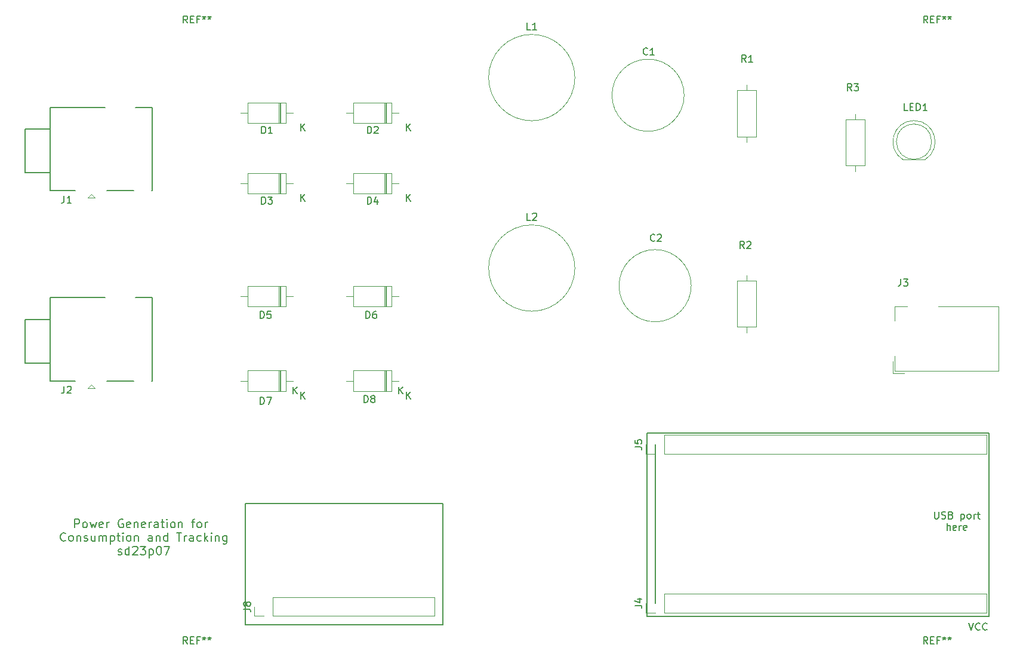
<source format=gbr>
%TF.GenerationSoftware,KiCad,Pcbnew,(6.0.8)*%
%TF.CreationDate,2023-03-14T15:32:15-04:00*%
%TF.ProjectId,MainPCB,4d61696e-5043-4422-9e6b-696361645f70,rev?*%
%TF.SameCoordinates,Original*%
%TF.FileFunction,Legend,Top*%
%TF.FilePolarity,Positive*%
%FSLAX46Y46*%
G04 Gerber Fmt 4.6, Leading zero omitted, Abs format (unit mm)*
G04 Created by KiCad (PCBNEW (6.0.8)) date 2023-03-14 15:32:15*
%MOMM*%
%LPD*%
G01*
G04 APERTURE LIST*
%ADD10C,0.150000*%
%ADD11C,0.200000*%
%ADD12C,0.120000*%
G04 APERTURE END LIST*
D10*
X148858000Y-123400000D02*
X197358000Y-123400000D01*
X197358000Y-123400000D02*
X197358000Y-149400000D01*
X197358000Y-149400000D02*
X148858000Y-149400000D01*
X148858000Y-149400000D02*
X148858000Y-123400000D01*
X91888000Y-133350000D02*
X119888000Y-133350000D01*
X119888000Y-133350000D02*
X119888000Y-150550000D01*
X119888000Y-150550000D02*
X91888000Y-150550000D01*
X91888000Y-150550000D02*
X91888000Y-133350000D01*
D11*
X150000000Y-147500000D02*
X150000000Y-125000000D01*
D10*
X194500666Y-150328380D02*
X194834000Y-151328380D01*
X195167333Y-150328380D01*
X196072095Y-151233142D02*
X196024476Y-151280761D01*
X195881619Y-151328380D01*
X195786380Y-151328380D01*
X195643523Y-151280761D01*
X195548285Y-151185523D01*
X195500666Y-151090285D01*
X195453047Y-150899809D01*
X195453047Y-150756952D01*
X195500666Y-150566476D01*
X195548285Y-150471238D01*
X195643523Y-150376000D01*
X195786380Y-150328380D01*
X195881619Y-150328380D01*
X196024476Y-150376000D01*
X196072095Y-150423619D01*
X197072095Y-151233142D02*
X197024476Y-151280761D01*
X196881619Y-151328380D01*
X196786380Y-151328380D01*
X196643523Y-151280761D01*
X196548285Y-151185523D01*
X196500666Y-151090285D01*
X196453047Y-150899809D01*
X196453047Y-150756952D01*
X196500666Y-150566476D01*
X196548285Y-150471238D01*
X196643523Y-150376000D01*
X196786380Y-150328380D01*
X196881619Y-150328380D01*
X197024476Y-150376000D01*
X197072095Y-150423619D01*
X67670000Y-136786857D02*
X67670000Y-135586857D01*
X68127142Y-135586857D01*
X68241428Y-135644000D01*
X68298571Y-135701142D01*
X68355714Y-135815428D01*
X68355714Y-135986857D01*
X68298571Y-136101142D01*
X68241428Y-136158285D01*
X68127142Y-136215428D01*
X67670000Y-136215428D01*
X69041428Y-136786857D02*
X68927142Y-136729714D01*
X68870000Y-136672571D01*
X68812857Y-136558285D01*
X68812857Y-136215428D01*
X68870000Y-136101142D01*
X68927142Y-136044000D01*
X69041428Y-135986857D01*
X69212857Y-135986857D01*
X69327142Y-136044000D01*
X69384285Y-136101142D01*
X69441428Y-136215428D01*
X69441428Y-136558285D01*
X69384285Y-136672571D01*
X69327142Y-136729714D01*
X69212857Y-136786857D01*
X69041428Y-136786857D01*
X69841428Y-135986857D02*
X70070000Y-136786857D01*
X70298571Y-136215428D01*
X70527142Y-136786857D01*
X70755714Y-135986857D01*
X71670000Y-136729714D02*
X71555714Y-136786857D01*
X71327142Y-136786857D01*
X71212857Y-136729714D01*
X71155714Y-136615428D01*
X71155714Y-136158285D01*
X71212857Y-136044000D01*
X71327142Y-135986857D01*
X71555714Y-135986857D01*
X71670000Y-136044000D01*
X71727142Y-136158285D01*
X71727142Y-136272571D01*
X71155714Y-136386857D01*
X72241428Y-136786857D02*
X72241428Y-135986857D01*
X72241428Y-136215428D02*
X72298571Y-136101142D01*
X72355714Y-136044000D01*
X72470000Y-135986857D01*
X72584285Y-135986857D01*
X74527142Y-135644000D02*
X74412857Y-135586857D01*
X74241428Y-135586857D01*
X74070000Y-135644000D01*
X73955714Y-135758285D01*
X73898571Y-135872571D01*
X73841428Y-136101142D01*
X73841428Y-136272571D01*
X73898571Y-136501142D01*
X73955714Y-136615428D01*
X74070000Y-136729714D01*
X74241428Y-136786857D01*
X74355714Y-136786857D01*
X74527142Y-136729714D01*
X74584285Y-136672571D01*
X74584285Y-136272571D01*
X74355714Y-136272571D01*
X75555714Y-136729714D02*
X75441428Y-136786857D01*
X75212857Y-136786857D01*
X75098571Y-136729714D01*
X75041428Y-136615428D01*
X75041428Y-136158285D01*
X75098571Y-136044000D01*
X75212857Y-135986857D01*
X75441428Y-135986857D01*
X75555714Y-136044000D01*
X75612857Y-136158285D01*
X75612857Y-136272571D01*
X75041428Y-136386857D01*
X76127142Y-135986857D02*
X76127142Y-136786857D01*
X76127142Y-136101142D02*
X76184285Y-136044000D01*
X76298571Y-135986857D01*
X76470000Y-135986857D01*
X76584285Y-136044000D01*
X76641428Y-136158285D01*
X76641428Y-136786857D01*
X77670000Y-136729714D02*
X77555714Y-136786857D01*
X77327142Y-136786857D01*
X77212857Y-136729714D01*
X77155714Y-136615428D01*
X77155714Y-136158285D01*
X77212857Y-136044000D01*
X77327142Y-135986857D01*
X77555714Y-135986857D01*
X77670000Y-136044000D01*
X77727142Y-136158285D01*
X77727142Y-136272571D01*
X77155714Y-136386857D01*
X78241428Y-136786857D02*
X78241428Y-135986857D01*
X78241428Y-136215428D02*
X78298571Y-136101142D01*
X78355714Y-136044000D01*
X78470000Y-135986857D01*
X78584285Y-135986857D01*
X79498571Y-136786857D02*
X79498571Y-136158285D01*
X79441428Y-136044000D01*
X79327142Y-135986857D01*
X79098571Y-135986857D01*
X78984285Y-136044000D01*
X79498571Y-136729714D02*
X79384285Y-136786857D01*
X79098571Y-136786857D01*
X78984285Y-136729714D01*
X78927142Y-136615428D01*
X78927142Y-136501142D01*
X78984285Y-136386857D01*
X79098571Y-136329714D01*
X79384285Y-136329714D01*
X79498571Y-136272571D01*
X79898571Y-135986857D02*
X80355714Y-135986857D01*
X80070000Y-135586857D02*
X80070000Y-136615428D01*
X80127142Y-136729714D01*
X80241428Y-136786857D01*
X80355714Y-136786857D01*
X80755714Y-136786857D02*
X80755714Y-135986857D01*
X80755714Y-135586857D02*
X80698571Y-135644000D01*
X80755714Y-135701142D01*
X80812857Y-135644000D01*
X80755714Y-135586857D01*
X80755714Y-135701142D01*
X81498571Y-136786857D02*
X81384285Y-136729714D01*
X81327142Y-136672571D01*
X81270000Y-136558285D01*
X81270000Y-136215428D01*
X81327142Y-136101142D01*
X81384285Y-136044000D01*
X81498571Y-135986857D01*
X81670000Y-135986857D01*
X81784285Y-136044000D01*
X81841428Y-136101142D01*
X81898571Y-136215428D01*
X81898571Y-136558285D01*
X81841428Y-136672571D01*
X81784285Y-136729714D01*
X81670000Y-136786857D01*
X81498571Y-136786857D01*
X82412857Y-135986857D02*
X82412857Y-136786857D01*
X82412857Y-136101142D02*
X82470000Y-136044000D01*
X82584285Y-135986857D01*
X82755714Y-135986857D01*
X82870000Y-136044000D01*
X82927142Y-136158285D01*
X82927142Y-136786857D01*
X84241428Y-135986857D02*
X84698571Y-135986857D01*
X84412857Y-136786857D02*
X84412857Y-135758285D01*
X84470000Y-135644000D01*
X84584285Y-135586857D01*
X84698571Y-135586857D01*
X85270000Y-136786857D02*
X85155714Y-136729714D01*
X85098571Y-136672571D01*
X85041428Y-136558285D01*
X85041428Y-136215428D01*
X85098571Y-136101142D01*
X85155714Y-136044000D01*
X85270000Y-135986857D01*
X85441428Y-135986857D01*
X85555714Y-136044000D01*
X85612857Y-136101142D01*
X85670000Y-136215428D01*
X85670000Y-136558285D01*
X85612857Y-136672571D01*
X85555714Y-136729714D01*
X85441428Y-136786857D01*
X85270000Y-136786857D01*
X86184285Y-136786857D02*
X86184285Y-135986857D01*
X86184285Y-136215428D02*
X86241428Y-136101142D01*
X86298571Y-136044000D01*
X86412857Y-135986857D01*
X86527142Y-135986857D01*
X66384285Y-138604571D02*
X66327142Y-138661714D01*
X66155714Y-138718857D01*
X66041428Y-138718857D01*
X65870000Y-138661714D01*
X65755714Y-138547428D01*
X65698571Y-138433142D01*
X65641428Y-138204571D01*
X65641428Y-138033142D01*
X65698571Y-137804571D01*
X65755714Y-137690285D01*
X65870000Y-137576000D01*
X66041428Y-137518857D01*
X66155714Y-137518857D01*
X66327142Y-137576000D01*
X66384285Y-137633142D01*
X67070000Y-138718857D02*
X66955714Y-138661714D01*
X66898571Y-138604571D01*
X66841428Y-138490285D01*
X66841428Y-138147428D01*
X66898571Y-138033142D01*
X66955714Y-137976000D01*
X67070000Y-137918857D01*
X67241428Y-137918857D01*
X67355714Y-137976000D01*
X67412857Y-138033142D01*
X67470000Y-138147428D01*
X67470000Y-138490285D01*
X67412857Y-138604571D01*
X67355714Y-138661714D01*
X67241428Y-138718857D01*
X67070000Y-138718857D01*
X67984285Y-137918857D02*
X67984285Y-138718857D01*
X67984285Y-138033142D02*
X68041428Y-137976000D01*
X68155714Y-137918857D01*
X68327142Y-137918857D01*
X68441428Y-137976000D01*
X68498571Y-138090285D01*
X68498571Y-138718857D01*
X69012857Y-138661714D02*
X69127142Y-138718857D01*
X69355714Y-138718857D01*
X69470000Y-138661714D01*
X69527142Y-138547428D01*
X69527142Y-138490285D01*
X69470000Y-138376000D01*
X69355714Y-138318857D01*
X69184285Y-138318857D01*
X69070000Y-138261714D01*
X69012857Y-138147428D01*
X69012857Y-138090285D01*
X69070000Y-137976000D01*
X69184285Y-137918857D01*
X69355714Y-137918857D01*
X69470000Y-137976000D01*
X70555714Y-137918857D02*
X70555714Y-138718857D01*
X70041428Y-137918857D02*
X70041428Y-138547428D01*
X70098571Y-138661714D01*
X70212857Y-138718857D01*
X70384285Y-138718857D01*
X70498571Y-138661714D01*
X70555714Y-138604571D01*
X71127142Y-138718857D02*
X71127142Y-137918857D01*
X71127142Y-138033142D02*
X71184285Y-137976000D01*
X71298571Y-137918857D01*
X71470000Y-137918857D01*
X71584285Y-137976000D01*
X71641428Y-138090285D01*
X71641428Y-138718857D01*
X71641428Y-138090285D02*
X71698571Y-137976000D01*
X71812857Y-137918857D01*
X71984285Y-137918857D01*
X72098571Y-137976000D01*
X72155714Y-138090285D01*
X72155714Y-138718857D01*
X72727142Y-137918857D02*
X72727142Y-139118857D01*
X72727142Y-137976000D02*
X72841428Y-137918857D01*
X73070000Y-137918857D01*
X73184285Y-137976000D01*
X73241428Y-138033142D01*
X73298571Y-138147428D01*
X73298571Y-138490285D01*
X73241428Y-138604571D01*
X73184285Y-138661714D01*
X73070000Y-138718857D01*
X72841428Y-138718857D01*
X72727142Y-138661714D01*
X73641428Y-137918857D02*
X74098571Y-137918857D01*
X73812857Y-137518857D02*
X73812857Y-138547428D01*
X73870000Y-138661714D01*
X73984285Y-138718857D01*
X74098571Y-138718857D01*
X74498571Y-138718857D02*
X74498571Y-137918857D01*
X74498571Y-137518857D02*
X74441428Y-137576000D01*
X74498571Y-137633142D01*
X74555714Y-137576000D01*
X74498571Y-137518857D01*
X74498571Y-137633142D01*
X75241428Y-138718857D02*
X75127142Y-138661714D01*
X75070000Y-138604571D01*
X75012857Y-138490285D01*
X75012857Y-138147428D01*
X75070000Y-138033142D01*
X75127142Y-137976000D01*
X75241428Y-137918857D01*
X75412857Y-137918857D01*
X75527142Y-137976000D01*
X75584285Y-138033142D01*
X75641428Y-138147428D01*
X75641428Y-138490285D01*
X75584285Y-138604571D01*
X75527142Y-138661714D01*
X75412857Y-138718857D01*
X75241428Y-138718857D01*
X76155714Y-137918857D02*
X76155714Y-138718857D01*
X76155714Y-138033142D02*
X76212857Y-137976000D01*
X76327142Y-137918857D01*
X76498571Y-137918857D01*
X76612857Y-137976000D01*
X76670000Y-138090285D01*
X76670000Y-138718857D01*
X78670000Y-138718857D02*
X78670000Y-138090285D01*
X78612857Y-137976000D01*
X78498571Y-137918857D01*
X78270000Y-137918857D01*
X78155714Y-137976000D01*
X78670000Y-138661714D02*
X78555714Y-138718857D01*
X78270000Y-138718857D01*
X78155714Y-138661714D01*
X78098571Y-138547428D01*
X78098571Y-138433142D01*
X78155714Y-138318857D01*
X78270000Y-138261714D01*
X78555714Y-138261714D01*
X78670000Y-138204571D01*
X79241428Y-137918857D02*
X79241428Y-138718857D01*
X79241428Y-138033142D02*
X79298571Y-137976000D01*
X79412857Y-137918857D01*
X79584285Y-137918857D01*
X79698571Y-137976000D01*
X79755714Y-138090285D01*
X79755714Y-138718857D01*
X80841428Y-138718857D02*
X80841428Y-137518857D01*
X80841428Y-138661714D02*
X80727142Y-138718857D01*
X80498571Y-138718857D01*
X80384285Y-138661714D01*
X80327142Y-138604571D01*
X80270000Y-138490285D01*
X80270000Y-138147428D01*
X80327142Y-138033142D01*
X80384285Y-137976000D01*
X80498571Y-137918857D01*
X80727142Y-137918857D01*
X80841428Y-137976000D01*
X82155714Y-137518857D02*
X82841428Y-137518857D01*
X82498571Y-138718857D02*
X82498571Y-137518857D01*
X83241428Y-138718857D02*
X83241428Y-137918857D01*
X83241428Y-138147428D02*
X83298571Y-138033142D01*
X83355714Y-137976000D01*
X83470000Y-137918857D01*
X83584285Y-137918857D01*
X84498571Y-138718857D02*
X84498571Y-138090285D01*
X84441428Y-137976000D01*
X84327142Y-137918857D01*
X84098571Y-137918857D01*
X83984285Y-137976000D01*
X84498571Y-138661714D02*
X84384285Y-138718857D01*
X84098571Y-138718857D01*
X83984285Y-138661714D01*
X83927142Y-138547428D01*
X83927142Y-138433142D01*
X83984285Y-138318857D01*
X84098571Y-138261714D01*
X84384285Y-138261714D01*
X84498571Y-138204571D01*
X85584285Y-138661714D02*
X85470000Y-138718857D01*
X85241428Y-138718857D01*
X85127142Y-138661714D01*
X85070000Y-138604571D01*
X85012857Y-138490285D01*
X85012857Y-138147428D01*
X85070000Y-138033142D01*
X85127142Y-137976000D01*
X85241428Y-137918857D01*
X85470000Y-137918857D01*
X85584285Y-137976000D01*
X86098571Y-138718857D02*
X86098571Y-137518857D01*
X86212857Y-138261714D02*
X86555714Y-138718857D01*
X86555714Y-137918857D02*
X86098571Y-138376000D01*
X87070000Y-138718857D02*
X87070000Y-137918857D01*
X87070000Y-137518857D02*
X87012857Y-137576000D01*
X87070000Y-137633142D01*
X87127142Y-137576000D01*
X87070000Y-137518857D01*
X87070000Y-137633142D01*
X87641428Y-137918857D02*
X87641428Y-138718857D01*
X87641428Y-138033142D02*
X87698571Y-137976000D01*
X87812857Y-137918857D01*
X87984285Y-137918857D01*
X88098571Y-137976000D01*
X88155714Y-138090285D01*
X88155714Y-138718857D01*
X89241428Y-137918857D02*
X89241428Y-138890285D01*
X89184285Y-139004571D01*
X89127142Y-139061714D01*
X89012857Y-139118857D01*
X88841428Y-139118857D01*
X88727142Y-139061714D01*
X89241428Y-138661714D02*
X89127142Y-138718857D01*
X88898571Y-138718857D01*
X88784285Y-138661714D01*
X88727142Y-138604571D01*
X88670000Y-138490285D01*
X88670000Y-138147428D01*
X88727142Y-138033142D01*
X88784285Y-137976000D01*
X88898571Y-137918857D01*
X89127142Y-137918857D01*
X89241428Y-137976000D01*
X73841428Y-140593714D02*
X73955714Y-140650857D01*
X74184285Y-140650857D01*
X74298571Y-140593714D01*
X74355714Y-140479428D01*
X74355714Y-140422285D01*
X74298571Y-140308000D01*
X74184285Y-140250857D01*
X74012857Y-140250857D01*
X73898571Y-140193714D01*
X73841428Y-140079428D01*
X73841428Y-140022285D01*
X73898571Y-139908000D01*
X74012857Y-139850857D01*
X74184285Y-139850857D01*
X74298571Y-139908000D01*
X75384285Y-140650857D02*
X75384285Y-139450857D01*
X75384285Y-140593714D02*
X75270000Y-140650857D01*
X75041428Y-140650857D01*
X74927142Y-140593714D01*
X74870000Y-140536571D01*
X74812857Y-140422285D01*
X74812857Y-140079428D01*
X74870000Y-139965142D01*
X74927142Y-139908000D01*
X75041428Y-139850857D01*
X75270000Y-139850857D01*
X75384285Y-139908000D01*
X75898571Y-139565142D02*
X75955714Y-139508000D01*
X76070000Y-139450857D01*
X76355714Y-139450857D01*
X76470000Y-139508000D01*
X76527142Y-139565142D01*
X76584285Y-139679428D01*
X76584285Y-139793714D01*
X76527142Y-139965142D01*
X75841428Y-140650857D01*
X76584285Y-140650857D01*
X76984285Y-139450857D02*
X77727142Y-139450857D01*
X77327142Y-139908000D01*
X77498571Y-139908000D01*
X77612857Y-139965142D01*
X77670000Y-140022285D01*
X77727142Y-140136571D01*
X77727142Y-140422285D01*
X77670000Y-140536571D01*
X77612857Y-140593714D01*
X77498571Y-140650857D01*
X77155714Y-140650857D01*
X77041428Y-140593714D01*
X76984285Y-140536571D01*
X78241428Y-139850857D02*
X78241428Y-141050857D01*
X78241428Y-139908000D02*
X78355714Y-139850857D01*
X78584285Y-139850857D01*
X78698571Y-139908000D01*
X78755714Y-139965142D01*
X78812857Y-140079428D01*
X78812857Y-140422285D01*
X78755714Y-140536571D01*
X78698571Y-140593714D01*
X78584285Y-140650857D01*
X78355714Y-140650857D01*
X78241428Y-140593714D01*
X79555714Y-139450857D02*
X79670000Y-139450857D01*
X79784285Y-139508000D01*
X79841428Y-139565142D01*
X79898571Y-139679428D01*
X79955714Y-139908000D01*
X79955714Y-140193714D01*
X79898571Y-140422285D01*
X79841428Y-140536571D01*
X79784285Y-140593714D01*
X79670000Y-140650857D01*
X79555714Y-140650857D01*
X79441428Y-140593714D01*
X79384285Y-140536571D01*
X79327142Y-140422285D01*
X79270000Y-140193714D01*
X79270000Y-139908000D01*
X79327142Y-139679428D01*
X79384285Y-139565142D01*
X79441428Y-139508000D01*
X79555714Y-139450857D01*
X80355714Y-139450857D02*
X81155714Y-139450857D01*
X80641428Y-140650857D01*
X189643142Y-134537380D02*
X189643142Y-135346904D01*
X189690761Y-135442142D01*
X189738380Y-135489761D01*
X189833619Y-135537380D01*
X190024095Y-135537380D01*
X190119333Y-135489761D01*
X190166952Y-135442142D01*
X190214571Y-135346904D01*
X190214571Y-134537380D01*
X190643142Y-135489761D02*
X190786000Y-135537380D01*
X191024095Y-135537380D01*
X191119333Y-135489761D01*
X191166952Y-135442142D01*
X191214571Y-135346904D01*
X191214571Y-135251666D01*
X191166952Y-135156428D01*
X191119333Y-135108809D01*
X191024095Y-135061190D01*
X190833619Y-135013571D01*
X190738380Y-134965952D01*
X190690761Y-134918333D01*
X190643142Y-134823095D01*
X190643142Y-134727857D01*
X190690761Y-134632619D01*
X190738380Y-134585000D01*
X190833619Y-134537380D01*
X191071714Y-134537380D01*
X191214571Y-134585000D01*
X191976476Y-135013571D02*
X192119333Y-135061190D01*
X192166952Y-135108809D01*
X192214571Y-135204047D01*
X192214571Y-135346904D01*
X192166952Y-135442142D01*
X192119333Y-135489761D01*
X192024095Y-135537380D01*
X191643142Y-135537380D01*
X191643142Y-134537380D01*
X191976476Y-134537380D01*
X192071714Y-134585000D01*
X192119333Y-134632619D01*
X192166952Y-134727857D01*
X192166952Y-134823095D01*
X192119333Y-134918333D01*
X192071714Y-134965952D01*
X191976476Y-135013571D01*
X191643142Y-135013571D01*
X193405047Y-134870714D02*
X193405047Y-135870714D01*
X193405047Y-134918333D02*
X193500285Y-134870714D01*
X193690761Y-134870714D01*
X193786000Y-134918333D01*
X193833619Y-134965952D01*
X193881238Y-135061190D01*
X193881238Y-135346904D01*
X193833619Y-135442142D01*
X193786000Y-135489761D01*
X193690761Y-135537380D01*
X193500285Y-135537380D01*
X193405047Y-135489761D01*
X194452666Y-135537380D02*
X194357428Y-135489761D01*
X194309809Y-135442142D01*
X194262190Y-135346904D01*
X194262190Y-135061190D01*
X194309809Y-134965952D01*
X194357428Y-134918333D01*
X194452666Y-134870714D01*
X194595523Y-134870714D01*
X194690761Y-134918333D01*
X194738380Y-134965952D01*
X194786000Y-135061190D01*
X194786000Y-135346904D01*
X194738380Y-135442142D01*
X194690761Y-135489761D01*
X194595523Y-135537380D01*
X194452666Y-135537380D01*
X195214571Y-135537380D02*
X195214571Y-134870714D01*
X195214571Y-135061190D02*
X195262190Y-134965952D01*
X195309809Y-134918333D01*
X195405047Y-134870714D01*
X195500285Y-134870714D01*
X195690761Y-134870714D02*
X196071714Y-134870714D01*
X195833619Y-134537380D02*
X195833619Y-135394523D01*
X195881238Y-135489761D01*
X195976476Y-135537380D01*
X196071714Y-135537380D01*
X191405047Y-137147380D02*
X191405047Y-136147380D01*
X191833619Y-137147380D02*
X191833619Y-136623571D01*
X191786000Y-136528333D01*
X191690761Y-136480714D01*
X191547904Y-136480714D01*
X191452666Y-136528333D01*
X191405047Y-136575952D01*
X192690761Y-137099761D02*
X192595523Y-137147380D01*
X192405047Y-137147380D01*
X192309809Y-137099761D01*
X192262190Y-137004523D01*
X192262190Y-136623571D01*
X192309809Y-136528333D01*
X192405047Y-136480714D01*
X192595523Y-136480714D01*
X192690761Y-136528333D01*
X192738380Y-136623571D01*
X192738380Y-136718809D01*
X192262190Y-136814047D01*
X193166952Y-137147380D02*
X193166952Y-136480714D01*
X193166952Y-136671190D02*
X193214571Y-136575952D01*
X193262190Y-136528333D01*
X193357428Y-136480714D01*
X193452666Y-136480714D01*
X194166952Y-137099761D02*
X194071714Y-137147380D01*
X193881238Y-137147380D01*
X193786000Y-137099761D01*
X193738380Y-137004523D01*
X193738380Y-136623571D01*
X193786000Y-136528333D01*
X193881238Y-136480714D01*
X194071714Y-136480714D01*
X194166952Y-136528333D01*
X194214571Y-136623571D01*
X194214571Y-136718809D01*
X193738380Y-136814047D01*
%TO.C,D7*%
X94003904Y-119324380D02*
X94003904Y-118324380D01*
X94242000Y-118324380D01*
X94384857Y-118372000D01*
X94480095Y-118467238D01*
X94527714Y-118562476D01*
X94575333Y-118752952D01*
X94575333Y-118895809D01*
X94527714Y-119086285D01*
X94480095Y-119181523D01*
X94384857Y-119276761D01*
X94242000Y-119324380D01*
X94003904Y-119324380D01*
X94908666Y-118324380D02*
X95575333Y-118324380D01*
X95146761Y-119324380D01*
X99738095Y-118552380D02*
X99738095Y-117552380D01*
X100309523Y-118552380D02*
X99880952Y-117980952D01*
X100309523Y-117552380D02*
X99738095Y-118123809D01*
%TO.C,J8*%
X91622380Y-148333333D02*
X92336666Y-148333333D01*
X92479523Y-148380952D01*
X92574761Y-148476190D01*
X92622380Y-148619047D01*
X92622380Y-148714285D01*
X92050952Y-147714285D02*
X92003333Y-147809523D01*
X91955714Y-147857142D01*
X91860476Y-147904761D01*
X91812857Y-147904761D01*
X91717619Y-147857142D01*
X91670000Y-147809523D01*
X91622380Y-147714285D01*
X91622380Y-147523809D01*
X91670000Y-147428571D01*
X91717619Y-147380952D01*
X91812857Y-147333333D01*
X91860476Y-147333333D01*
X91955714Y-147380952D01*
X92003333Y-147428571D01*
X92050952Y-147523809D01*
X92050952Y-147714285D01*
X92098571Y-147809523D01*
X92146190Y-147857142D01*
X92241428Y-147904761D01*
X92431904Y-147904761D01*
X92527142Y-147857142D01*
X92574761Y-147809523D01*
X92622380Y-147714285D01*
X92622380Y-147523809D01*
X92574761Y-147428571D01*
X92527142Y-147380952D01*
X92431904Y-147333333D01*
X92241428Y-147333333D01*
X92146190Y-147380952D01*
X92098571Y-147428571D01*
X92050952Y-147523809D01*
%TO.C,L2*%
X132333333Y-93202380D02*
X131857142Y-93202380D01*
X131857142Y-92202380D01*
X132619047Y-92297619D02*
X132666666Y-92250000D01*
X132761904Y-92202380D01*
X133000000Y-92202380D01*
X133095238Y-92250000D01*
X133142857Y-92297619D01*
X133190476Y-92392857D01*
X133190476Y-92488095D01*
X133142857Y-92630952D01*
X132571428Y-93202380D01*
X133190476Y-93202380D01*
%TO.C,D8*%
X108735904Y-119070380D02*
X108735904Y-118070380D01*
X108974000Y-118070380D01*
X109116857Y-118118000D01*
X109212095Y-118213238D01*
X109259714Y-118308476D01*
X109307333Y-118498952D01*
X109307333Y-118641809D01*
X109259714Y-118832285D01*
X109212095Y-118927523D01*
X109116857Y-119022761D01*
X108974000Y-119070380D01*
X108735904Y-119070380D01*
X109878761Y-118498952D02*
X109783523Y-118451333D01*
X109735904Y-118403714D01*
X109688285Y-118308476D01*
X109688285Y-118260857D01*
X109735904Y-118165619D01*
X109783523Y-118118000D01*
X109878761Y-118070380D01*
X110069238Y-118070380D01*
X110164476Y-118118000D01*
X110212095Y-118165619D01*
X110259714Y-118260857D01*
X110259714Y-118308476D01*
X110212095Y-118403714D01*
X110164476Y-118451333D01*
X110069238Y-118498952D01*
X109878761Y-118498952D01*
X109783523Y-118546571D01*
X109735904Y-118594190D01*
X109688285Y-118689428D01*
X109688285Y-118879904D01*
X109735904Y-118975142D01*
X109783523Y-119022761D01*
X109878761Y-119070380D01*
X110069238Y-119070380D01*
X110164476Y-119022761D01*
X110212095Y-118975142D01*
X110259714Y-118879904D01*
X110259714Y-118689428D01*
X110212095Y-118594190D01*
X110164476Y-118546571D01*
X110069238Y-118498952D01*
X114738095Y-118552380D02*
X114738095Y-117552380D01*
X115309523Y-118552380D02*
X114880952Y-117980952D01*
X115309523Y-117552380D02*
X114738095Y-118123809D01*
%TO.C,J5*%
X147122380Y-125333333D02*
X147836666Y-125333333D01*
X147979523Y-125380952D01*
X148074761Y-125476190D01*
X148122380Y-125619047D01*
X148122380Y-125714285D01*
X147122380Y-124380952D02*
X147122380Y-124857142D01*
X147598571Y-124904761D01*
X147550952Y-124857142D01*
X147503333Y-124761904D01*
X147503333Y-124523809D01*
X147550952Y-124428571D01*
X147598571Y-124380952D01*
X147693809Y-124333333D01*
X147931904Y-124333333D01*
X148027142Y-124380952D01*
X148074761Y-124428571D01*
X148122380Y-124523809D01*
X148122380Y-124761904D01*
X148074761Y-124857142D01*
X148027142Y-124904761D01*
%TO.C,J1*%
X66166666Y-89752380D02*
X66166666Y-90466666D01*
X66119047Y-90609523D01*
X66023809Y-90704761D01*
X65880952Y-90752380D01*
X65785714Y-90752380D01*
X67166666Y-90752380D02*
X66595238Y-90752380D01*
X66880952Y-90752380D02*
X66880952Y-89752380D01*
X66785714Y-89895238D01*
X66690476Y-89990476D01*
X66595238Y-90038095D01*
%TO.C,LED1*%
X185824952Y-77668380D02*
X185348761Y-77668380D01*
X185348761Y-76668380D01*
X186158285Y-77144571D02*
X186491619Y-77144571D01*
X186634476Y-77668380D02*
X186158285Y-77668380D01*
X186158285Y-76668380D01*
X186634476Y-76668380D01*
X187063047Y-77668380D02*
X187063047Y-76668380D01*
X187301142Y-76668380D01*
X187444000Y-76716000D01*
X187539238Y-76811238D01*
X187586857Y-76906476D01*
X187634476Y-77096952D01*
X187634476Y-77239809D01*
X187586857Y-77430285D01*
X187539238Y-77525523D01*
X187444000Y-77620761D01*
X187301142Y-77668380D01*
X187063047Y-77668380D01*
X188586857Y-77668380D02*
X188015428Y-77668380D01*
X188301142Y-77668380D02*
X188301142Y-76668380D01*
X188205904Y-76811238D01*
X188110666Y-76906476D01*
X188015428Y-76954095D01*
%TO.C,C1*%
X148931333Y-69699142D02*
X148883714Y-69746761D01*
X148740857Y-69794380D01*
X148645619Y-69794380D01*
X148502761Y-69746761D01*
X148407523Y-69651523D01*
X148359904Y-69556285D01*
X148312285Y-69365809D01*
X148312285Y-69222952D01*
X148359904Y-69032476D01*
X148407523Y-68937238D01*
X148502761Y-68842000D01*
X148645619Y-68794380D01*
X148740857Y-68794380D01*
X148883714Y-68842000D01*
X148931333Y-68889619D01*
X149883714Y-69794380D02*
X149312285Y-69794380D01*
X149598000Y-69794380D02*
X149598000Y-68794380D01*
X149502761Y-68937238D01*
X149407523Y-69032476D01*
X149312285Y-69080095D01*
%TO.C,J2*%
X66166666Y-116752380D02*
X66166666Y-117466666D01*
X66119047Y-117609523D01*
X66023809Y-117704761D01*
X65880952Y-117752380D01*
X65785714Y-117752380D01*
X66595238Y-116847619D02*
X66642857Y-116800000D01*
X66738095Y-116752380D01*
X66976190Y-116752380D01*
X67071428Y-116800000D01*
X67119047Y-116847619D01*
X67166666Y-116942857D01*
X67166666Y-117038095D01*
X67119047Y-117180952D01*
X66547619Y-117752380D01*
X67166666Y-117752380D01*
%TO.C,C2*%
X149947333Y-96115142D02*
X149899714Y-96162761D01*
X149756857Y-96210380D01*
X149661619Y-96210380D01*
X149518761Y-96162761D01*
X149423523Y-96067523D01*
X149375904Y-95972285D01*
X149328285Y-95781809D01*
X149328285Y-95638952D01*
X149375904Y-95448476D01*
X149423523Y-95353238D01*
X149518761Y-95258000D01*
X149661619Y-95210380D01*
X149756857Y-95210380D01*
X149899714Y-95258000D01*
X149947333Y-95305619D01*
X150328285Y-95305619D02*
X150375904Y-95258000D01*
X150471142Y-95210380D01*
X150709238Y-95210380D01*
X150804476Y-95258000D01*
X150852095Y-95305619D01*
X150899714Y-95400857D01*
X150899714Y-95496095D01*
X150852095Y-95638952D01*
X150280666Y-96210380D01*
X150899714Y-96210380D01*
%TO.C,J3*%
X184832666Y-101560380D02*
X184832666Y-102274666D01*
X184785047Y-102417523D01*
X184689809Y-102512761D01*
X184546952Y-102560380D01*
X184451714Y-102560380D01*
X185213619Y-101560380D02*
X185832666Y-101560380D01*
X185499333Y-101941333D01*
X185642190Y-101941333D01*
X185737428Y-101988952D01*
X185785047Y-102036571D01*
X185832666Y-102131809D01*
X185832666Y-102369904D01*
X185785047Y-102465142D01*
X185737428Y-102512761D01*
X185642190Y-102560380D01*
X185356476Y-102560380D01*
X185261238Y-102512761D01*
X185213619Y-102465142D01*
%TO.C,D5*%
X94003904Y-107132380D02*
X94003904Y-106132380D01*
X94242000Y-106132380D01*
X94384857Y-106180000D01*
X94480095Y-106275238D01*
X94527714Y-106370476D01*
X94575333Y-106560952D01*
X94575333Y-106703809D01*
X94527714Y-106894285D01*
X94480095Y-106989523D01*
X94384857Y-107084761D01*
X94242000Y-107132380D01*
X94003904Y-107132380D01*
X95480095Y-106132380D02*
X95003904Y-106132380D01*
X94956285Y-106608571D01*
X95003904Y-106560952D01*
X95099142Y-106513333D01*
X95337238Y-106513333D01*
X95432476Y-106560952D01*
X95480095Y-106608571D01*
X95527714Y-106703809D01*
X95527714Y-106941904D01*
X95480095Y-107037142D01*
X95432476Y-107084761D01*
X95337238Y-107132380D01*
X95099142Y-107132380D01*
X95003904Y-107084761D01*
X94956285Y-107037142D01*
X98668095Y-117827380D02*
X98668095Y-116827380D01*
X99239523Y-117827380D02*
X98810952Y-117255952D01*
X99239523Y-116827380D02*
X98668095Y-117398809D01*
%TO.C,J4*%
X147122380Y-147833333D02*
X147836666Y-147833333D01*
X147979523Y-147880952D01*
X148074761Y-147976190D01*
X148122380Y-148119047D01*
X148122380Y-148214285D01*
X147455714Y-146928571D02*
X148122380Y-146928571D01*
X147074761Y-147166666D02*
X147789047Y-147404761D01*
X147789047Y-146785714D01*
%TO.C,R1*%
X162901333Y-70810380D02*
X162568000Y-70334190D01*
X162329904Y-70810380D02*
X162329904Y-69810380D01*
X162710857Y-69810380D01*
X162806095Y-69858000D01*
X162853714Y-69905619D01*
X162901333Y-70000857D01*
X162901333Y-70143714D01*
X162853714Y-70238952D01*
X162806095Y-70286571D01*
X162710857Y-70334190D01*
X162329904Y-70334190D01*
X163853714Y-70810380D02*
X163282285Y-70810380D01*
X163568000Y-70810380D02*
X163568000Y-69810380D01*
X163472761Y-69953238D01*
X163377523Y-70048476D01*
X163282285Y-70096095D01*
%TO.C,R3*%
X177887333Y-74874380D02*
X177554000Y-74398190D01*
X177315904Y-74874380D02*
X177315904Y-73874380D01*
X177696857Y-73874380D01*
X177792095Y-73922000D01*
X177839714Y-73969619D01*
X177887333Y-74064857D01*
X177887333Y-74207714D01*
X177839714Y-74302952D01*
X177792095Y-74350571D01*
X177696857Y-74398190D01*
X177315904Y-74398190D01*
X178220666Y-73874380D02*
X178839714Y-73874380D01*
X178506380Y-74255333D01*
X178649238Y-74255333D01*
X178744476Y-74302952D01*
X178792095Y-74350571D01*
X178839714Y-74445809D01*
X178839714Y-74683904D01*
X178792095Y-74779142D01*
X178744476Y-74826761D01*
X178649238Y-74874380D01*
X178363523Y-74874380D01*
X178268285Y-74826761D01*
X178220666Y-74779142D01*
%TO.C,REF\u002A\u002A*%
X188666666Y-153252380D02*
X188333333Y-152776190D01*
X188095238Y-153252380D02*
X188095238Y-152252380D01*
X188476190Y-152252380D01*
X188571428Y-152300000D01*
X188619047Y-152347619D01*
X188666666Y-152442857D01*
X188666666Y-152585714D01*
X188619047Y-152680952D01*
X188571428Y-152728571D01*
X188476190Y-152776190D01*
X188095238Y-152776190D01*
X189095238Y-152728571D02*
X189428571Y-152728571D01*
X189571428Y-153252380D02*
X189095238Y-153252380D01*
X189095238Y-152252380D01*
X189571428Y-152252380D01*
X190333333Y-152728571D02*
X190000000Y-152728571D01*
X190000000Y-153252380D02*
X190000000Y-152252380D01*
X190476190Y-152252380D01*
X191000000Y-152252380D02*
X191000000Y-152490476D01*
X190761904Y-152395238D02*
X191000000Y-152490476D01*
X191238095Y-152395238D01*
X190857142Y-152680952D02*
X191000000Y-152490476D01*
X191142857Y-152680952D01*
X191761904Y-152252380D02*
X191761904Y-152490476D01*
X191523809Y-152395238D02*
X191761904Y-152490476D01*
X192000000Y-152395238D01*
X191619047Y-152680952D02*
X191761904Y-152490476D01*
X191904761Y-152680952D01*
%TO.C,D1*%
X94181904Y-80922380D02*
X94181904Y-79922380D01*
X94420000Y-79922380D01*
X94562857Y-79970000D01*
X94658095Y-80065238D01*
X94705714Y-80160476D01*
X94753333Y-80350952D01*
X94753333Y-80493809D01*
X94705714Y-80684285D01*
X94658095Y-80779523D01*
X94562857Y-80874761D01*
X94420000Y-80922380D01*
X94181904Y-80922380D01*
X95705714Y-80922380D02*
X95134285Y-80922380D01*
X95420000Y-80922380D02*
X95420000Y-79922380D01*
X95324761Y-80065238D01*
X95229523Y-80160476D01*
X95134285Y-80208095D01*
X99738095Y-80552380D02*
X99738095Y-79552380D01*
X100309523Y-80552380D02*
X99880952Y-79980952D01*
X100309523Y-79552380D02*
X99738095Y-80123809D01*
%TO.C,R2*%
X162647333Y-97226380D02*
X162314000Y-96750190D01*
X162075904Y-97226380D02*
X162075904Y-96226380D01*
X162456857Y-96226380D01*
X162552095Y-96274000D01*
X162599714Y-96321619D01*
X162647333Y-96416857D01*
X162647333Y-96559714D01*
X162599714Y-96654952D01*
X162552095Y-96702571D01*
X162456857Y-96750190D01*
X162075904Y-96750190D01*
X163028285Y-96321619D02*
X163075904Y-96274000D01*
X163171142Y-96226380D01*
X163409238Y-96226380D01*
X163504476Y-96274000D01*
X163552095Y-96321619D01*
X163599714Y-96416857D01*
X163599714Y-96512095D01*
X163552095Y-96654952D01*
X162980666Y-97226380D01*
X163599714Y-97226380D01*
%TO.C,REF\u002A\u002A*%
X83666666Y-65252380D02*
X83333333Y-64776190D01*
X83095238Y-65252380D02*
X83095238Y-64252380D01*
X83476190Y-64252380D01*
X83571428Y-64300000D01*
X83619047Y-64347619D01*
X83666666Y-64442857D01*
X83666666Y-64585714D01*
X83619047Y-64680952D01*
X83571428Y-64728571D01*
X83476190Y-64776190D01*
X83095238Y-64776190D01*
X84095238Y-64728571D02*
X84428571Y-64728571D01*
X84571428Y-65252380D02*
X84095238Y-65252380D01*
X84095238Y-64252380D01*
X84571428Y-64252380D01*
X85333333Y-64728571D02*
X85000000Y-64728571D01*
X85000000Y-65252380D02*
X85000000Y-64252380D01*
X85476190Y-64252380D01*
X86000000Y-64252380D02*
X86000000Y-64490476D01*
X85761904Y-64395238D02*
X86000000Y-64490476D01*
X86238095Y-64395238D01*
X85857142Y-64680952D02*
X86000000Y-64490476D01*
X86142857Y-64680952D01*
X86761904Y-64252380D02*
X86761904Y-64490476D01*
X86523809Y-64395238D02*
X86761904Y-64490476D01*
X87000000Y-64395238D01*
X86619047Y-64680952D02*
X86761904Y-64490476D01*
X86904761Y-64680952D01*
%TO.C,D4*%
X109181904Y-90922380D02*
X109181904Y-89922380D01*
X109420000Y-89922380D01*
X109562857Y-89970000D01*
X109658095Y-90065238D01*
X109705714Y-90160476D01*
X109753333Y-90350952D01*
X109753333Y-90493809D01*
X109705714Y-90684285D01*
X109658095Y-90779523D01*
X109562857Y-90874761D01*
X109420000Y-90922380D01*
X109181904Y-90922380D01*
X110610476Y-90255714D02*
X110610476Y-90922380D01*
X110372380Y-89874761D02*
X110134285Y-90589047D01*
X110753333Y-90589047D01*
X114738095Y-90552380D02*
X114738095Y-89552380D01*
X115309523Y-90552380D02*
X114880952Y-89980952D01*
X115309523Y-89552380D02*
X114738095Y-90123809D01*
%TO.C,REF\u002A\u002A*%
X188666666Y-65252380D02*
X188333333Y-64776190D01*
X188095238Y-65252380D02*
X188095238Y-64252380D01*
X188476190Y-64252380D01*
X188571428Y-64300000D01*
X188619047Y-64347619D01*
X188666666Y-64442857D01*
X188666666Y-64585714D01*
X188619047Y-64680952D01*
X188571428Y-64728571D01*
X188476190Y-64776190D01*
X188095238Y-64776190D01*
X189095238Y-64728571D02*
X189428571Y-64728571D01*
X189571428Y-65252380D02*
X189095238Y-65252380D01*
X189095238Y-64252380D01*
X189571428Y-64252380D01*
X190333333Y-64728571D02*
X190000000Y-64728571D01*
X190000000Y-65252380D02*
X190000000Y-64252380D01*
X190476190Y-64252380D01*
X191000000Y-64252380D02*
X191000000Y-64490476D01*
X190761904Y-64395238D02*
X191000000Y-64490476D01*
X191238095Y-64395238D01*
X190857142Y-64680952D02*
X191000000Y-64490476D01*
X191142857Y-64680952D01*
X191761904Y-64252380D02*
X191761904Y-64490476D01*
X191523809Y-64395238D02*
X191761904Y-64490476D01*
X192000000Y-64395238D01*
X191619047Y-64680952D02*
X191761904Y-64490476D01*
X191904761Y-64680952D01*
X83666666Y-153252380D02*
X83333333Y-152776190D01*
X83095238Y-153252380D02*
X83095238Y-152252380D01*
X83476190Y-152252380D01*
X83571428Y-152300000D01*
X83619047Y-152347619D01*
X83666666Y-152442857D01*
X83666666Y-152585714D01*
X83619047Y-152680952D01*
X83571428Y-152728571D01*
X83476190Y-152776190D01*
X83095238Y-152776190D01*
X84095238Y-152728571D02*
X84428571Y-152728571D01*
X84571428Y-153252380D02*
X84095238Y-153252380D01*
X84095238Y-152252380D01*
X84571428Y-152252380D01*
X85333333Y-152728571D02*
X85000000Y-152728571D01*
X85000000Y-153252380D02*
X85000000Y-152252380D01*
X85476190Y-152252380D01*
X86000000Y-152252380D02*
X86000000Y-152490476D01*
X85761904Y-152395238D02*
X86000000Y-152490476D01*
X86238095Y-152395238D01*
X85857142Y-152680952D02*
X86000000Y-152490476D01*
X86142857Y-152680952D01*
X86761904Y-152252380D02*
X86761904Y-152490476D01*
X86523809Y-152395238D02*
X86761904Y-152490476D01*
X87000000Y-152395238D01*
X86619047Y-152680952D02*
X86761904Y-152490476D01*
X86904761Y-152680952D01*
%TO.C,D2*%
X109181904Y-80922380D02*
X109181904Y-79922380D01*
X109420000Y-79922380D01*
X109562857Y-79970000D01*
X109658095Y-80065238D01*
X109705714Y-80160476D01*
X109753333Y-80350952D01*
X109753333Y-80493809D01*
X109705714Y-80684285D01*
X109658095Y-80779523D01*
X109562857Y-80874761D01*
X109420000Y-80922380D01*
X109181904Y-80922380D01*
X110134285Y-80017619D02*
X110181904Y-79970000D01*
X110277142Y-79922380D01*
X110515238Y-79922380D01*
X110610476Y-79970000D01*
X110658095Y-80017619D01*
X110705714Y-80112857D01*
X110705714Y-80208095D01*
X110658095Y-80350952D01*
X110086666Y-80922380D01*
X110705714Y-80922380D01*
X114738095Y-80552380D02*
X114738095Y-79552380D01*
X115309523Y-80552380D02*
X114880952Y-79980952D01*
X115309523Y-79552380D02*
X114738095Y-80123809D01*
%TO.C,D3*%
X94181904Y-90922380D02*
X94181904Y-89922380D01*
X94420000Y-89922380D01*
X94562857Y-89970000D01*
X94658095Y-90065238D01*
X94705714Y-90160476D01*
X94753333Y-90350952D01*
X94753333Y-90493809D01*
X94705714Y-90684285D01*
X94658095Y-90779523D01*
X94562857Y-90874761D01*
X94420000Y-90922380D01*
X94181904Y-90922380D01*
X95086666Y-89922380D02*
X95705714Y-89922380D01*
X95372380Y-90303333D01*
X95515238Y-90303333D01*
X95610476Y-90350952D01*
X95658095Y-90398571D01*
X95705714Y-90493809D01*
X95705714Y-90731904D01*
X95658095Y-90827142D01*
X95610476Y-90874761D01*
X95515238Y-90922380D01*
X95229523Y-90922380D01*
X95134285Y-90874761D01*
X95086666Y-90827142D01*
X99738095Y-90552380D02*
X99738095Y-89552380D01*
X100309523Y-90552380D02*
X99880952Y-89980952D01*
X100309523Y-89552380D02*
X99738095Y-90123809D01*
%TO.C,L1*%
X132333333Y-66202380D02*
X131857142Y-66202380D01*
X131857142Y-65202380D01*
X133190476Y-66202380D02*
X132619047Y-66202380D01*
X132904761Y-66202380D02*
X132904761Y-65202380D01*
X132809523Y-65345238D01*
X132714285Y-65440476D01*
X132619047Y-65488095D01*
%TO.C,D6*%
X108989904Y-107132380D02*
X108989904Y-106132380D01*
X109228000Y-106132380D01*
X109370857Y-106180000D01*
X109466095Y-106275238D01*
X109513714Y-106370476D01*
X109561333Y-106560952D01*
X109561333Y-106703809D01*
X109513714Y-106894285D01*
X109466095Y-106989523D01*
X109370857Y-107084761D01*
X109228000Y-107132380D01*
X108989904Y-107132380D01*
X110418476Y-106132380D02*
X110228000Y-106132380D01*
X110132761Y-106180000D01*
X110085142Y-106227619D01*
X109989904Y-106370476D01*
X109942285Y-106560952D01*
X109942285Y-106941904D01*
X109989904Y-107037142D01*
X110037523Y-107084761D01*
X110132761Y-107132380D01*
X110323238Y-107132380D01*
X110418476Y-107084761D01*
X110466095Y-107037142D01*
X110513714Y-106941904D01*
X110513714Y-106703809D01*
X110466095Y-106608571D01*
X110418476Y-106560952D01*
X110323238Y-106513333D01*
X110132761Y-106513333D01*
X110037523Y-106560952D01*
X109989904Y-106608571D01*
X109942285Y-106703809D01*
X113668095Y-117827380D02*
X113668095Y-116827380D01*
X114239523Y-117827380D02*
X113810952Y-117255952D01*
X114239523Y-116827380D02*
X113668095Y-117398809D01*
D12*
%TO.C,D7*%
X92200000Y-114530000D02*
X92200000Y-117470000D01*
X91180000Y-116000000D02*
X92200000Y-116000000D01*
X96620000Y-117470000D02*
X96620000Y-114530000D01*
X98660000Y-116000000D02*
X97640000Y-116000000D01*
X96860000Y-117470000D02*
X96860000Y-114530000D01*
X97640000Y-117470000D02*
X97640000Y-114530000D01*
X92200000Y-117470000D02*
X97640000Y-117470000D01*
X96740000Y-117470000D02*
X96740000Y-114530000D01*
X97640000Y-114530000D02*
X92200000Y-114530000D01*
%TO.C,J8*%
X95770000Y-146670000D02*
X118690000Y-146670000D01*
X94500000Y-149330000D02*
X93170000Y-149330000D01*
X95770000Y-149330000D02*
X118690000Y-149330000D01*
X93170000Y-149330000D02*
X93170000Y-148000000D01*
X118690000Y-149330000D02*
X118690000Y-146670000D01*
X95770000Y-149330000D02*
X95770000Y-146670000D01*
%TO.C,L2*%
X138620000Y-100000000D02*
G75*
G03*
X138620000Y-100000000I-6120000J0D01*
G01*
%TO.C,D8*%
X107200000Y-114530000D02*
X107200000Y-117470000D01*
X107200000Y-117470000D02*
X112640000Y-117470000D01*
X111860000Y-117470000D02*
X111860000Y-114530000D01*
X111740000Y-117470000D02*
X111740000Y-114530000D01*
X111620000Y-117470000D02*
X111620000Y-114530000D01*
X113660000Y-116000000D02*
X112640000Y-116000000D01*
X112640000Y-114530000D02*
X107200000Y-114530000D01*
X106180000Y-116000000D02*
X107200000Y-116000000D01*
X112640000Y-117470000D02*
X112640000Y-114530000D01*
%TO.C,J5*%
X148670000Y-126330000D02*
X148670000Y-125000000D01*
X197050000Y-126330000D02*
X197050000Y-123670000D01*
X151270000Y-123670000D02*
X197050000Y-123670000D01*
X150000000Y-126330000D02*
X148670000Y-126330000D01*
X151270000Y-126330000D02*
X151270000Y-123670000D01*
X151270000Y-126330000D02*
X197050000Y-126330000D01*
D10*
%TO.C,J1*%
X60600000Y-86500000D02*
X64200000Y-86500000D01*
X76300000Y-77200000D02*
X78700000Y-77200000D01*
X78700000Y-77200000D02*
X78700000Y-89000000D01*
D12*
X69500000Y-90050000D02*
X70500000Y-90050000D01*
D10*
X64200000Y-77200000D02*
X71950000Y-77200000D01*
X60600000Y-80300000D02*
X60600000Y-86500000D01*
X64200000Y-89000000D02*
X64200000Y-77200000D01*
X76000000Y-89000000D02*
X72250000Y-89000000D01*
X67750000Y-89000000D02*
X64200000Y-89000000D01*
X78700000Y-89000000D02*
X78600000Y-89000000D01*
D12*
X70000000Y-89500000D02*
X69500000Y-90050000D01*
D10*
X64200000Y-80300000D02*
X60600000Y-80300000D01*
D12*
X70500000Y-90050000D02*
X70000000Y-89500000D01*
%TO.C,LED1*%
X185180000Y-84640000D02*
X188270000Y-84640000D01*
X188269830Y-84640000D02*
G75*
G03*
X186724538Y-79090000I-1544830J2560000D01*
G01*
X186725462Y-79090000D02*
G75*
G03*
X185180170Y-84640000I-462J-2990000D01*
G01*
X189225000Y-82080000D02*
G75*
G03*
X189225000Y-82080000I-2500000J0D01*
G01*
%TO.C,C1*%
X154120000Y-75500000D02*
G75*
G03*
X154120000Y-75500000I-5120000J0D01*
G01*
D10*
%TO.C,J2*%
X78700000Y-116000000D02*
X78600000Y-116000000D01*
X60600000Y-113500000D02*
X64200000Y-113500000D01*
X64200000Y-107300000D02*
X60600000Y-107300000D01*
D12*
X70500000Y-117050000D02*
X70000000Y-116500000D01*
D10*
X67750000Y-116000000D02*
X64200000Y-116000000D01*
D12*
X70000000Y-116500000D02*
X69500000Y-117050000D01*
D10*
X60600000Y-107300000D02*
X60600000Y-113500000D01*
X64200000Y-104200000D02*
X71950000Y-104200000D01*
X64200000Y-116000000D02*
X64200000Y-104200000D01*
D12*
X69500000Y-117050000D02*
X70500000Y-117050000D01*
D10*
X76000000Y-116000000D02*
X72250000Y-116000000D01*
X78700000Y-104200000D02*
X78700000Y-116000000D01*
X76300000Y-104200000D02*
X78700000Y-104200000D01*
D12*
%TO.C,C2*%
X155120000Y-102500000D02*
G75*
G03*
X155120000Y-102500000I-5120000J0D01*
G01*
%TO.C,J3*%
X190200000Y-105400000D02*
X198700000Y-105400000D01*
X198700000Y-114600000D02*
X184000000Y-114600000D01*
X183700000Y-113200000D02*
X183700000Y-114900000D01*
X184000000Y-107500000D02*
X184000000Y-105400000D01*
X184000000Y-114600000D02*
X184000000Y-112500000D01*
X198700000Y-105400000D02*
X198700000Y-114600000D01*
X184000000Y-105400000D02*
X185800000Y-105400000D01*
X183700000Y-114900000D02*
X185300000Y-114900000D01*
%TO.C,D5*%
X98660000Y-104000000D02*
X97640000Y-104000000D01*
X97640000Y-102530000D02*
X92200000Y-102530000D01*
X92200000Y-102530000D02*
X92200000Y-105470000D01*
X96620000Y-105470000D02*
X96620000Y-102530000D01*
X96860000Y-105470000D02*
X96860000Y-102530000D01*
X92200000Y-105470000D02*
X97640000Y-105470000D01*
X91180000Y-104000000D02*
X92200000Y-104000000D01*
X97640000Y-105470000D02*
X97640000Y-102530000D01*
X96740000Y-105470000D02*
X96740000Y-102530000D01*
%TO.C,J4*%
X151270000Y-148830000D02*
X151270000Y-146170000D01*
X148670000Y-148830000D02*
X148670000Y-147500000D01*
X151270000Y-148830000D02*
X197050000Y-148830000D01*
X150000000Y-148830000D02*
X148670000Y-148830000D01*
X197050000Y-148830000D02*
X197050000Y-146170000D01*
X151270000Y-146170000D02*
X197050000Y-146170000D01*
%TO.C,R1*%
X161630000Y-81350000D02*
X164370000Y-81350000D01*
X163000000Y-74040000D02*
X163000000Y-74810000D01*
X163000000Y-82120000D02*
X163000000Y-81350000D01*
X164370000Y-74810000D02*
X161630000Y-74810000D01*
X164370000Y-81350000D02*
X164370000Y-74810000D01*
X161630000Y-74810000D02*
X161630000Y-81350000D01*
%TO.C,R3*%
X178375000Y-86265000D02*
X178375000Y-85495000D01*
X178375000Y-78185000D02*
X178375000Y-78955000D01*
X179745000Y-85495000D02*
X179745000Y-78955000D01*
X177005000Y-78955000D02*
X177005000Y-85495000D01*
X177005000Y-85495000D02*
X179745000Y-85495000D01*
X179745000Y-78955000D02*
X177005000Y-78955000D01*
%TO.C,D1*%
X92200000Y-76530000D02*
X92200000Y-79470000D01*
X96620000Y-79470000D02*
X96620000Y-76530000D01*
X98660000Y-78000000D02*
X97640000Y-78000000D01*
X96740000Y-79470000D02*
X96740000Y-76530000D01*
X96860000Y-79470000D02*
X96860000Y-76530000D01*
X97640000Y-79470000D02*
X97640000Y-76530000D01*
X91180000Y-78000000D02*
X92200000Y-78000000D01*
X92200000Y-79470000D02*
X97640000Y-79470000D01*
X97640000Y-76530000D02*
X92200000Y-76530000D01*
%TO.C,R2*%
X161630000Y-101810000D02*
X161630000Y-108350000D01*
X164370000Y-101810000D02*
X161630000Y-101810000D01*
X164370000Y-108350000D02*
X164370000Y-101810000D01*
X163000000Y-101040000D02*
X163000000Y-101810000D01*
X163000000Y-109120000D02*
X163000000Y-108350000D01*
X161630000Y-108350000D02*
X164370000Y-108350000D01*
%TO.C,D4*%
X107200000Y-89470000D02*
X112640000Y-89470000D01*
X113660000Y-88000000D02*
X112640000Y-88000000D01*
X112640000Y-86530000D02*
X107200000Y-86530000D01*
X112640000Y-89470000D02*
X112640000Y-86530000D01*
X106180000Y-88000000D02*
X107200000Y-88000000D01*
X111620000Y-89470000D02*
X111620000Y-86530000D01*
X111740000Y-89470000D02*
X111740000Y-86530000D01*
X111860000Y-89470000D02*
X111860000Y-86530000D01*
X107200000Y-86530000D02*
X107200000Y-89470000D01*
%TO.C,D2*%
X107200000Y-76530000D02*
X107200000Y-79470000D01*
X112640000Y-76530000D02*
X107200000Y-76530000D01*
X113660000Y-78000000D02*
X112640000Y-78000000D01*
X111620000Y-79470000D02*
X111620000Y-76530000D01*
X111860000Y-79470000D02*
X111860000Y-76530000D01*
X112640000Y-79470000D02*
X112640000Y-76530000D01*
X107200000Y-79470000D02*
X112640000Y-79470000D01*
X111740000Y-79470000D02*
X111740000Y-76530000D01*
X106180000Y-78000000D02*
X107200000Y-78000000D01*
%TO.C,D3*%
X98660000Y-88000000D02*
X97640000Y-88000000D01*
X97640000Y-86530000D02*
X92200000Y-86530000D01*
X96740000Y-89470000D02*
X96740000Y-86530000D01*
X92200000Y-89470000D02*
X97640000Y-89470000D01*
X96620000Y-89470000D02*
X96620000Y-86530000D01*
X91180000Y-88000000D02*
X92200000Y-88000000D01*
X92200000Y-86530000D02*
X92200000Y-89470000D01*
X96860000Y-89470000D02*
X96860000Y-86530000D01*
X97640000Y-89470000D02*
X97640000Y-86530000D01*
%TO.C,L1*%
X138620000Y-73000000D02*
G75*
G03*
X138620000Y-73000000I-6120000J0D01*
G01*
%TO.C,D6*%
X107200000Y-105470000D02*
X112640000Y-105470000D01*
X112640000Y-105470000D02*
X112640000Y-102530000D01*
X111740000Y-105470000D02*
X111740000Y-102530000D01*
X106180000Y-104000000D02*
X107200000Y-104000000D01*
X112640000Y-102530000D02*
X107200000Y-102530000D01*
X107200000Y-102530000D02*
X107200000Y-105470000D01*
X113660000Y-104000000D02*
X112640000Y-104000000D01*
X111620000Y-105470000D02*
X111620000Y-102530000D01*
X111860000Y-105470000D02*
X111860000Y-102530000D01*
%TD*%
M02*

</source>
